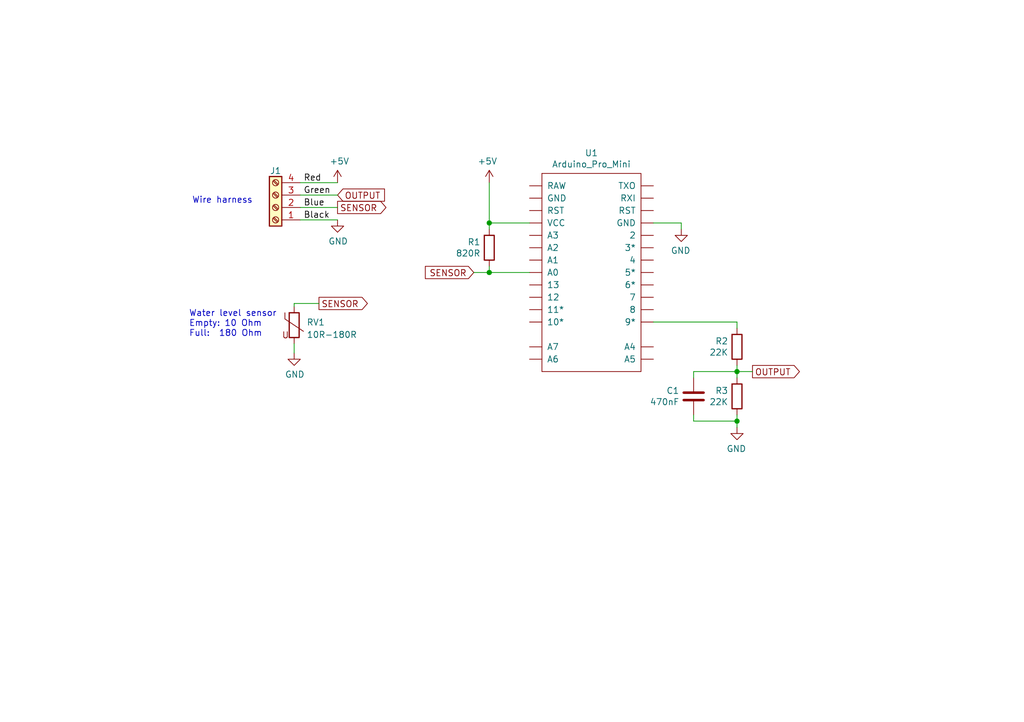
<source format=kicad_sch>
(kicad_sch (version 20211123) (generator eeschema)
  (paper "User" 210.007 148.006)
  (title_block (title "Water Level Sensor") (date "2023-05-07") (company "µF") (comment 1 "www.github.com/microfarad-de/water-sensor") (comment 2 "www.microfarad.de") (comment 3 "Please visit:") (comment 4 "Copyright (C) 2023, Karim Hraibi"))
  (lib_symbols
    (symbol "Connector:Screw_Terminal_01x04" (pin_names (offset 1.016) hide)
      (property "Reference" "J" (at 0 5.08 0))
      (property "Value" "Screw_Terminal_01x04" (at 0 -7.62 0))
      (symbol "Screw_Terminal_01x04_1_1"
        (rectangle (start -1.27 3.81) (end 1.27 -6.35) (stroke (width 0.254)) (fill (type background)))
        (circle (center 0 -5.08) (radius 0.635) (stroke (width 0.1524)))
        (circle (center 0 -2.54) (radius 0.635) (stroke (width 0.1524)))
        (polyline (pts (xy -0.5334 -4.7498) (xy 0.3302 -5.588)) (stroke (width 0.1524)))
        (polyline (pts (xy -0.5334 -2.2098) (xy 0.3302 -3.048)) (stroke (width 0.1524)))
        (polyline (pts (xy -0.5334 0.3302) (xy 0.3302 -0.508)) (stroke (width 0.1524)))
        (polyline (pts (xy -0.5334 2.8702) (xy 0.3302 2.032)) (stroke (width 0.1524)))
        (polyline (pts (xy -0.3556 -4.572) (xy 0.508 -5.4102)) (stroke (width 0.1524)))
        (polyline (pts (xy -0.3556 -2.032) (xy 0.508 -2.8702)) (stroke (width 0.1524)))
        (polyline (pts (xy -0.3556 0.508) (xy 0.508 -0.3302)) (stroke (width 0.1524)))
        (polyline (pts (xy -0.3556 3.048) (xy 0.508 2.2098)) (stroke (width 0.1524)))
        (circle (center 0 0) (radius 0.635) (stroke (width 0.1524)))
        (circle (center 0 2.54) (radius 0.635) (stroke (width 0.1524)))
        (pin passive line (at -5.08 2.54 0) (length 3.81) (name "Pin_1") (number "1"))
        (pin passive line (at -5.08 0 0) (length 3.81) (name "Pin_2") (number "2"))
        (pin passive line (at -5.08 -2.54 0) (length 3.81) (name "Pin_3") (number "3"))
        (pin passive line (at -5.08 -5.08 0) (length 3.81) (name "Pin_4") (number "4"))
      )
    )
    (symbol "Device:C" (pin_numbers hide) (pin_names (offset 0.254))
      (property "Reference" "C" (at 0.635 2.54 0))
      (property "Value" "C" (at 0.635 -2.54 0))
      (symbol "C_0_1"
        (polyline (pts (xy -2.032 -0.762) (xy 2.032 -0.762)) (stroke (width 0.508)))
        (polyline (pts (xy -2.032 0.762) (xy 2.032 0.762)) (stroke (width 0.508)))
      )
      (symbol "C_1_1"
        (pin passive line (at 0 3.81 270) (length 2.794) (name "~") (number "1"))
        (pin passive line (at 0 -3.81 90) (length 2.794) (name "~") (number "2"))
      )
    )
    (symbol "Device:R" (pin_numbers hide) (pin_names (offset 0))
      (property "Reference" "R" (at 2.032 0 90))
      (property "Value" "R" (at 0 0 90))
      (symbol "R_0_1"
        (rectangle (start -1.016 -2.54) (end 1.016 2.54) (stroke (width 0.254)))
      )
      (symbol "R_1_1"
        (pin passive line (at 0 3.81 270) (length 1.27) (name "~") (number "1"))
        (pin passive line (at 0 -3.81 90) (length 1.27) (name "~") (number "2"))
      )
    )
    (symbol "Device:Varistor" (pin_numbers hide) (pin_names (offset 0))
      (property "Reference" "RV" (at 3.175 0 90))
      (property "Value" "Varistor" (at -3.175 0 90))
      (symbol "Varistor_0_0"
        (text "U" (at -1.778 -2.032 0) (effects (font (size 1.27 1.27))))
      )
      (symbol "Varistor_0_1"
        (rectangle (start -1.016 -2.54) (end 1.016 2.54) (stroke (width 0.254)))
        (polyline (pts (xy -1.905 2.54) (xy -1.905 1.27) (xy 1.905 -1.27)))
      )
      (symbol "Varistor_1_1"
        (pin passive line (at 0 3.81 270) (length 1.27) (name "~") (number "1"))
        (pin passive line (at 0 -3.81 90) (length 1.27) (name "~") (number "2"))
      )
    )
    (symbol "microfarad-de:Arduino_Pro_Mini" (pin_numbers hide) (pin_names (offset 1.016))
      (property "Reference" "U" (at 0 24.13 0))
      (property "Value" "Arduino_Pro_Mini" (at 0 21.59 0))
      (symbol "Arduino_Pro_Mini_0_1"
        (rectangle (start -10.16 20.32) (end 10.16 -20.32))
      )
      (symbol "Arduino_Pro_Mini_1_1"
        (pin bidirectional line (at -12.7 17.78 0) (length 2.54) (name "TXO") (number "1"))
        (pin bidirectional line (at -12.7 -5.08 0) (length 2.54) (name "7") (number "10"))
        (pin bidirectional line (at -12.7 -7.62 0) (length 2.54) (name "8") (number "11"))
        (pin bidirectional line (at -12.7 -10.16 0) (length 2.54) (name "9*") (number "12"))
        (pin bidirectional line (at 12.7 -10.16 180) (length 2.54) (name "10*") (number "13"))
        (pin bidirectional line (at 12.7 -7.62 180) (length 2.54) (name "11*") (number "14"))
        (pin bidirectional line (at 12.7 -5.08 180) (length 2.54) (name "12") (number "15"))
        (pin bidirectional line (at 12.7 -2.54 180) (length 2.54) (name "13") (number "16"))
        (pin bidirectional line (at 12.7 0 180) (length 2.54) (name "A0") (number "17"))
        (pin bidirectional line (at 12.7 2.54 180) (length 2.54) (name "A1") (number "18"))
        (pin bidirectional line (at 12.7 5.08 180) (length 2.54) (name "A2") (number "19"))
        (pin bidirectional line (at -12.7 15.24 0) (length 2.54) (name "RXI") (number "2"))
        (pin bidirectional line (at 12.7 7.62 180) (length 2.54) (name "A3") (number "20"))
        (pin power_in line (at 12.7 10.16 180) (length 2.54) (name "VCC") (number "21"))
        (pin input line (at 12.7 12.7 180) (length 2.54) (name "RST") (number "22"))
        (pin power_in line (at 12.7 15.24 180) (length 2.54) (name "GND") (number "23"))
        (pin power_in line (at 12.7 17.78 180) (length 2.54) (name "RAW") (number "24"))
        (pin input line (at -12.7 12.7 0) (length 2.54) (name "RST") (number "3"))
        (pin power_in line (at -12.7 10.16 0) (length 2.54) (name "GND") (number "4"))
        (pin bidirectional line (at -12.7 7.62 0) (length 2.54) (name "2") (number "5"))
        (pin bidirectional line (at -12.7 5.08 0) (length 2.54) (name "3*") (number "6"))
        (pin bidirectional line (at -12.7 2.54 0) (length 2.54) (name "4") (number "7"))
        (pin bidirectional line (at -12.7 0 0) (length 2.54) (name "5*") (number "8"))
        (pin bidirectional line (at -12.7 -2.54 0) (length 2.54) (name "6*") (number "9"))
        (pin bidirectional line (at -12.7 -15.24 0) (length 2.54) (name "A4") (number "A4"))
        (pin bidirectional line (at -12.7 -17.78 0) (length 2.54) (name "A5") (number "A5"))
        (pin bidirectional line (at 12.7 -17.78 180) (length 2.54) (name "A6") (number "A6"))
        (pin bidirectional line (at 12.7 -15.24 180) (length 2.54) (name "A7") (number "A7"))
      )
    )
    (symbol "power:+5V" (power) (pin_names (offset 0))
      (property "Value" "+5V" (at 0 3.556 0))
      (symbol "+5V_0_1"
        (polyline (pts (xy -0.762 1.27) (xy 0 2.54)))
        (polyline (pts (xy 0 0) (xy 0 2.54)))
        (polyline (pts (xy 0 2.54) (xy 0.762 1.27)))
      )
      (symbol "+5V_1_1"
        (pin power_in line (at 0 0 90) (length 0) hide (name "+5V") (number "1"))
      )
    )
    (symbol "power:GND" (power) (pin_names (offset 0))
      (property "Value" "GND" (at 0 -3.81 0))
      (symbol "GND_0_1"
        (polyline (pts (xy 0 0) (xy 0 -1.27) (xy 1.27 -1.27) (xy 0 -2.54) (xy -1.27 -1.27) (xy 0 -1.27)))
      )
      (symbol "GND_1_1"
        (pin power_in line (at 0 0 270) (length 0) hide (name "GND") (number "1"))
      )
    )
  )
  (junction (at 151.13 76.2))
  (junction (at 151.13 86.36))
  (junction (at 100.33 55.88))
  (junction (at 100.33 45.72))
  (wire (pts (xy 151.13 66.04) (xy 151.13 67.31)))
  (wire (pts (xy 139.7 45.72) (xy 139.7 46.99)))
  (wire (pts (xy 60.325 62.23) (xy 65.405 62.23)))
  (wire (pts (xy 61.595 45.085) (xy 69.215 45.085)))
  (wire (pts (xy 151.13 86.36) (xy 151.13 87.63)))
  (wire (pts (xy 60.325 70.485) (xy 60.325 72.39)))
  (wire (pts (xy 108.585 45.72) (xy 100.33 45.72)))
  (wire (pts (xy 142.24 77.47) (xy 142.24 76.2)))
  (wire (pts (xy 142.24 76.2) (xy 151.13 76.2)))
  (wire (pts (xy 154.305 76.2) (xy 151.13 76.2)))
  (wire (pts (xy 142.24 86.36) (xy 142.24 85.09)))
  (wire (pts (xy 151.13 86.36) (xy 142.24 86.36)))
  (wire (pts (xy 61.595 40.005) (xy 69.215 40.005)))
  (wire (pts (xy 133.985 45.72) (xy 139.7 45.72)))
  (wire (pts (xy 151.13 85.09) (xy 151.13 86.36)))
  (wire (pts (xy 100.33 55.88) (xy 100.33 54.61)))
  (wire (pts (xy 97.155 55.88) (xy 100.33 55.88)))
  (wire (pts (xy 100.33 45.72) (xy 100.33 37.465)))
  (wire (pts (xy 151.13 76.2) (xy 151.13 74.93)))
  (wire (pts (xy 100.33 45.72) (xy 100.33 46.99)))
  (wire (pts (xy 151.13 77.47) (xy 151.13 76.2)))
  (wire (pts (xy 61.595 37.465) (xy 69.215 37.465)))
  (wire (pts (xy 108.585 55.88) (xy 100.33 55.88)))
  (wire (pts (xy 60.325 62.865) (xy 60.325 62.23)))
  (wire (pts (xy 133.985 66.04) (xy 151.13 66.04)))
  (wire (pts (xy 61.595 42.545) (xy 69.215 42.545)))
  (text "Water level sensor\nEmpty: 10 Ohm\nFull:  180 Ohm" (at 38.735 69.215 0) (effects (font (size 1.27 1.27)) (justify left bottom)))
  (text "Wire harness" (at 39.37 41.91 0) (effects (font (size 1.27 1.27)) (justify left bottom)))
  (label "Green" (at 62.23 40.005 0))
  (label "Blue" (at 62.23 42.545 0))
  (label "Black" (at 62.23 45.085 0))
  (label "Red" (at 62.23 37.465 0))
  (global_label "SENSOR" (shape output) (at 69.215 42.545 0) (property "Intersheet References" "${INTERSHEET_REFS}" (effects hide)))
  (global_label "OUTPUT" (shape output) (at 154.305 76.2 0) (property "Intersheet References" "${INTERSHEET_REFS}" (effects hide)))
  (global_label "OUTPUT" (shape input) (at 69.215 40.005 0) (property "Intersheet References" "${INTERSHEET_REFS}" (effects hide)))
  (global_label "SENSOR" (shape input) (at 97.155 55.88 180) (property "Intersheet References" "${INTERSHEET_REFS}" (effects hide)))
  (global_label "SENSOR" (shape output) (at 65.405 62.23 0) (property "Intersheet References" "${INTERSHEET_REFS}" (effects hide)))
  (symbol (lib_id "microfarad-de:Arduino_Pro_Mini") (at 121.285 55.88 0) (mirror y) (unit 1)
    (property "Reference" "U1" (at 121.285 31.369 0))
    (property "Value" "Arduino_Pro_Mini" (at 121.285 33.6804 0))
  )
  (symbol (lib_id "Device:R") (at 151.13 71.12 0) (mirror y) (unit 1)
    (property "Reference" "R2" (at 149.352 69.9516 0) (effects (justify left)))
    (property "Value" "22K" (at 149.352 72.263 0) (effects (justify left)))
  )
  (symbol (lib_id "Device:R") (at 100.33 50.8 0) (mirror y) (unit 1)
    (property "Reference" "R1" (at 98.552 49.6316 0) (effects (justify left)))
    (property "Value" "820R" (at 98.552 51.943 0) (effects (justify left)))
  )
  (symbol (lib_id "Device:R") (at 151.13 81.28 0) (mirror y) (unit 1)
    (property "Reference" "R3" (at 149.352 80.1116 0) (effects (justify left)))
    (property "Value" "22K" (at 149.352 82.423 0) (effects (justify left)))
  )
  (symbol (lib_id "Device:C") (at 142.24 81.28 0) (mirror y) (unit 1)
    (property "Reference" "C1" (at 139.319 80.1116 0) (effects (justify left)))
    (property "Value" "470nF" (at 139.319 82.423 0) (effects (justify left)))
  )
  (symbol (lib_id "power:+5V") (at 100.33 37.465 0) (mirror y) (unit 1)
    (property "Reference" "#PWR04" (effects hide))
    (property "Value" "+5V" (at 99.949 33.0708 0))
  )
  (symbol (lib_id "power:GND") (at 139.7 46.99 0) (mirror y) (unit 1)
    (property "Reference" "#PWR05" (effects hide))
    (property "Value" "GND" (at 139.573 51.3842 0))
  )
  (symbol (lib_id "power:GND") (at 151.13 87.63 0) (mirror y) (unit 1)
    (property "Reference" "#PWR06" (effects hide))
    (property "Value" "GND" (at 151.003 92.0242 0))
  )
  (symbol (lib_id "power:GND") (at 69.215 45.085 0) (unit 1)
    (property "Reference" "#PWR02" (effects hide))
    (property "Value" "GND" (at 69.342 49.4792 0))
  )
  (symbol (lib_id "power:+5V") (at 69.215 37.465 0) (unit 1)
    (property "Reference" "#PWR01" (effects hide))
    (property "Value" "+5V" (at 69.596 33.0708 0))
  )
  (symbol (lib_id "power:GND") (at 60.325 72.39 0) (unit 1)
    (property "Reference" "#PWR03" (effects hide))
    (property "Value" "GND" (at 60.452 76.7842 0))
  )
  (symbol (lib_id "Connector:Screw_Terminal_01x04") (at 56.515 42.545 180) (unit 1)
    (property "Reference" "J1" (at 56.515 35.0322 0))
    (property "Value" "Screw_Terminal_01x04" (effects hide))
  )
  (symbol (lib_id "Device:Varistor") (at 60.325 66.675 0) (unit 1)
    (property "Reference" "RV1" (at 62.865 66.0935 0) (effects (justify left)))
    (property "Value" "10R-180R" (at 62.865 68.6304 0) (effects (justify left)))
  )
)
</source>
